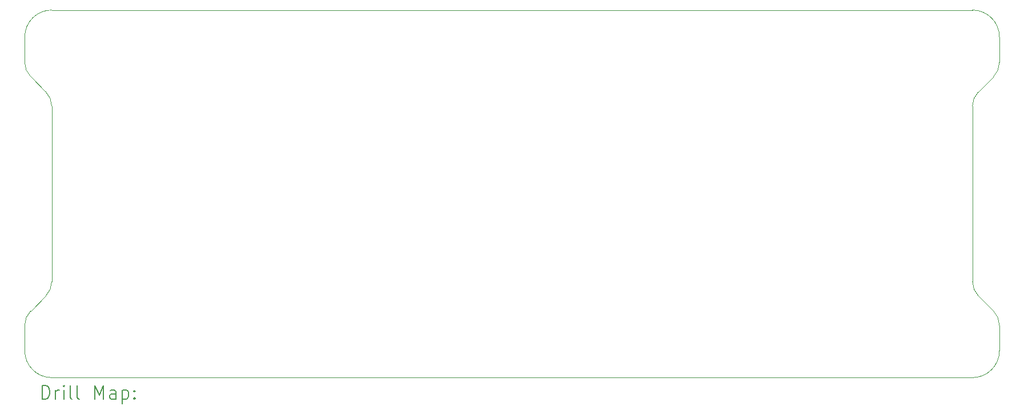
<source format=gbr>
%TF.GenerationSoftware,KiCad,Pcbnew,8.0.2*%
%TF.CreationDate,2024-10-10T15:26:08+02:00*%
%TF.ProjectId,BMS,424d532e-6b69-4636-9164-5f7063625858,rev?*%
%TF.SameCoordinates,Original*%
%TF.FileFunction,Drillmap*%
%TF.FilePolarity,Positive*%
%FSLAX45Y45*%
G04 Gerber Fmt 4.5, Leading zero omitted, Abs format (unit mm)*
G04 Created by KiCad (PCBNEW 8.0.2) date 2024-10-10 15:26:08*
%MOMM*%
%LPD*%
G01*
G04 APERTURE LIST*
%ADD10C,0.100000*%
%ADD11C,0.200000*%
G04 APERTURE END LIST*
D10*
X20762132Y-7337868D02*
X20537868Y-7562132D01*
X20850000Y-6750000D02*
X20850000Y-7125736D01*
X20537868Y-10587868D02*
G75*
G02*
X20450003Y-10375736I212132J212128D01*
G01*
X6800000Y-10375736D02*
X6800000Y-7774264D01*
X20450000Y-11800000D02*
X6800000Y-11800000D01*
X6487868Y-7337868D02*
X6712132Y-7562132D01*
X6800000Y-6350000D02*
X20450000Y-6350000D01*
X6800000Y-10375736D02*
G75*
G02*
X6712130Y-10587866I-299980J-4D01*
G01*
X20850000Y-7125736D02*
G75*
G02*
X20762130Y-7337866I-299980J-4D01*
G01*
X6400000Y-11400000D02*
X6400000Y-11024264D01*
X6487868Y-7337868D02*
G75*
G02*
X6400003Y-7125736I212132J212128D01*
G01*
X20450000Y-6350000D02*
G75*
G02*
X20850000Y-6750000I0J-400000D01*
G01*
X20450000Y-7774264D02*
G75*
G02*
X20537870Y-7562134I299980J4D01*
G01*
X6712132Y-7562132D02*
G75*
G02*
X6799997Y-7774264I-212132J-212128D01*
G01*
X20850000Y-11024264D02*
X20850000Y-11400000D01*
X6800000Y-11800000D02*
G75*
G02*
X6400000Y-11400000I0J400000D01*
G01*
X20762132Y-10812132D02*
G75*
G02*
X20849997Y-11024264I-212132J-212128D01*
G01*
X20850000Y-11400000D02*
G75*
G02*
X20450000Y-11800000I-400000J0D01*
G01*
X20450000Y-10375736D02*
X20450000Y-7774264D01*
X6487868Y-10812132D02*
X6712132Y-10587868D01*
X6400000Y-6750000D02*
X6400000Y-7125736D01*
X6400000Y-11024264D02*
G75*
G02*
X6487870Y-10812134I299980J4D01*
G01*
X20762132Y-10812132D02*
X20537868Y-10587868D01*
X6400000Y-6750000D02*
G75*
G02*
X6800000Y-6350000I400000J0D01*
G01*
D11*
X6655777Y-12116484D02*
X6655777Y-11916484D01*
X6655777Y-11916484D02*
X6703396Y-11916484D01*
X6703396Y-11916484D02*
X6731967Y-11926008D01*
X6731967Y-11926008D02*
X6751015Y-11945055D01*
X6751015Y-11945055D02*
X6760539Y-11964103D01*
X6760539Y-11964103D02*
X6770062Y-12002198D01*
X6770062Y-12002198D02*
X6770062Y-12030769D01*
X6770062Y-12030769D02*
X6760539Y-12068865D01*
X6760539Y-12068865D02*
X6751015Y-12087912D01*
X6751015Y-12087912D02*
X6731967Y-12106960D01*
X6731967Y-12106960D02*
X6703396Y-12116484D01*
X6703396Y-12116484D02*
X6655777Y-12116484D01*
X6855777Y-12116484D02*
X6855777Y-11983150D01*
X6855777Y-12021246D02*
X6865301Y-12002198D01*
X6865301Y-12002198D02*
X6874824Y-11992674D01*
X6874824Y-11992674D02*
X6893872Y-11983150D01*
X6893872Y-11983150D02*
X6912920Y-11983150D01*
X6979586Y-12116484D02*
X6979586Y-11983150D01*
X6979586Y-11916484D02*
X6970062Y-11926008D01*
X6970062Y-11926008D02*
X6979586Y-11935531D01*
X6979586Y-11935531D02*
X6989110Y-11926008D01*
X6989110Y-11926008D02*
X6979586Y-11916484D01*
X6979586Y-11916484D02*
X6979586Y-11935531D01*
X7103396Y-12116484D02*
X7084348Y-12106960D01*
X7084348Y-12106960D02*
X7074824Y-12087912D01*
X7074824Y-12087912D02*
X7074824Y-11916484D01*
X7208158Y-12116484D02*
X7189110Y-12106960D01*
X7189110Y-12106960D02*
X7179586Y-12087912D01*
X7179586Y-12087912D02*
X7179586Y-11916484D01*
X7436729Y-12116484D02*
X7436729Y-11916484D01*
X7436729Y-11916484D02*
X7503396Y-12059341D01*
X7503396Y-12059341D02*
X7570062Y-11916484D01*
X7570062Y-11916484D02*
X7570062Y-12116484D01*
X7751015Y-12116484D02*
X7751015Y-12011722D01*
X7751015Y-12011722D02*
X7741491Y-11992674D01*
X7741491Y-11992674D02*
X7722443Y-11983150D01*
X7722443Y-11983150D02*
X7684348Y-11983150D01*
X7684348Y-11983150D02*
X7665301Y-11992674D01*
X7751015Y-12106960D02*
X7731967Y-12116484D01*
X7731967Y-12116484D02*
X7684348Y-12116484D01*
X7684348Y-12116484D02*
X7665301Y-12106960D01*
X7665301Y-12106960D02*
X7655777Y-12087912D01*
X7655777Y-12087912D02*
X7655777Y-12068865D01*
X7655777Y-12068865D02*
X7665301Y-12049817D01*
X7665301Y-12049817D02*
X7684348Y-12040293D01*
X7684348Y-12040293D02*
X7731967Y-12040293D01*
X7731967Y-12040293D02*
X7751015Y-12030769D01*
X7846253Y-11983150D02*
X7846253Y-12183150D01*
X7846253Y-11992674D02*
X7865301Y-11983150D01*
X7865301Y-11983150D02*
X7903396Y-11983150D01*
X7903396Y-11983150D02*
X7922443Y-11992674D01*
X7922443Y-11992674D02*
X7931967Y-12002198D01*
X7931967Y-12002198D02*
X7941491Y-12021246D01*
X7941491Y-12021246D02*
X7941491Y-12078388D01*
X7941491Y-12078388D02*
X7931967Y-12097436D01*
X7931967Y-12097436D02*
X7922443Y-12106960D01*
X7922443Y-12106960D02*
X7903396Y-12116484D01*
X7903396Y-12116484D02*
X7865301Y-12116484D01*
X7865301Y-12116484D02*
X7846253Y-12106960D01*
X8027205Y-12097436D02*
X8036729Y-12106960D01*
X8036729Y-12106960D02*
X8027205Y-12116484D01*
X8027205Y-12116484D02*
X8017682Y-12106960D01*
X8017682Y-12106960D02*
X8027205Y-12097436D01*
X8027205Y-12097436D02*
X8027205Y-12116484D01*
X8027205Y-11992674D02*
X8036729Y-12002198D01*
X8036729Y-12002198D02*
X8027205Y-12011722D01*
X8027205Y-12011722D02*
X8017682Y-12002198D01*
X8017682Y-12002198D02*
X8027205Y-11992674D01*
X8027205Y-11992674D02*
X8027205Y-12011722D01*
M02*

</source>
